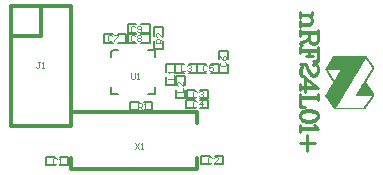
<source format=gto>
*%FSLAX24Y24*%
*%MOIN*%
G01*
%ADD11C,0.0010*%
%ADD12C,0.0030*%
%ADD13C,0.0050*%
%ADD14C,0.0060*%
%ADD15C,0.0073*%
%ADD16C,0.0080*%
%ADD17C,0.0100*%
%ADD18C,0.0120*%
%ADD19C,0.0200*%
%ADD20C,0.0250*%
%ADD21C,0.0300*%
%ADD22C,0.0320*%
%ADD23C,0.0400*%
%ADD24C,0.0500*%
%ADD25C,0.0560*%
%ADD26C,0.0620*%
%ADD27C,0.0700*%
%ADD28C,0.0800*%
%ADD29R,0.0098X0.0331*%
%ADD30R,0.0178X0.0411*%
%ADD31R,0.0200X0.0250*%
%ADD32R,0.0250X0.0200*%
%ADD33R,0.0280X0.0330*%
%ADD34R,0.0330X0.0280*%
%ADD35R,0.0331X0.0098*%
%ADD36R,0.0411X0.0178*%
%ADD37R,0.0620X0.0620*%
%ADD38R,0.0700X0.0700*%
%ADD39R,0.2165X0.0787*%
%ADD40R,0.2245X0.0867*%
D11*
X286280Y120650D02*
Y120680D01*
Y119770D02*
Y119750D01*
X286270Y120640D02*
Y120690D01*
Y119790D02*
Y119740D01*
X286260Y120630D02*
Y120710D01*
Y119810D02*
Y119720D01*
X286250Y120610D02*
Y120720D01*
Y119820D02*
Y119710D01*
X286240Y120680D02*
Y120740D01*
Y120650D02*
Y120590D01*
Y119840D02*
Y119760D01*
Y119750D02*
Y119690D01*
X286230Y120690D02*
Y120750D01*
Y120640D02*
Y120580D01*
Y119850D02*
Y119760D01*
Y119730D02*
Y119680D01*
X286220Y120710D02*
Y120760D01*
Y120620D02*
Y120560D01*
Y119870D02*
Y119760D01*
Y119720D02*
Y119660D01*
X286210Y120720D02*
Y120780D01*
Y120600D02*
Y120540D01*
Y119880D02*
Y119760D01*
Y119700D02*
Y119650D01*
X286200Y120740D02*
Y120790D01*
Y120590D02*
Y120530D01*
Y119890D02*
Y119760D01*
Y119690D02*
Y119630D01*
X286190Y120750D02*
Y120810D01*
Y120570D02*
Y120510D01*
Y119910D02*
Y119760D01*
Y119670D02*
Y119620D01*
X286180Y120770D02*
Y120820D01*
Y120550D02*
Y120500D01*
Y119920D02*
Y119760D01*
Y119660D02*
Y119610D01*
X286170Y120780D02*
Y120830D01*
Y120540D02*
Y120480D01*
Y119940D02*
Y119760D01*
Y119640D02*
Y119590D01*
X286160Y120800D02*
Y120850D01*
Y120520D02*
Y120460D01*
Y119950D02*
Y119760D01*
Y119630D02*
Y119580D01*
X286150Y120810D02*
Y120860D01*
Y120510D02*
Y120450D01*
Y119970D02*
Y119760D01*
Y119620D02*
Y119560D01*
X286140Y120820D02*
Y120880D01*
Y120490D02*
Y120430D01*
Y119980D02*
Y119760D01*
Y119600D02*
Y119550D01*
X286130Y120840D02*
Y120890D01*
Y120470D02*
Y120410D01*
Y120000D02*
Y119760D01*
Y119590D02*
Y119530D01*
X286120Y120850D02*
Y120900D01*
Y120460D02*
Y120400D01*
Y120010D02*
Y119760D01*
Y119570D02*
Y119520D01*
X286110Y120870D02*
Y120920D01*
Y120440D02*
Y120380D01*
Y120030D02*
Y119760D01*
Y119560D02*
Y119500D01*
X286100Y120880D02*
Y120930D01*
Y120420D02*
Y120360D01*
Y120040D02*
Y119760D01*
Y119540D02*
Y119490D01*
X286090Y120890D02*
Y120950D01*
Y120410D02*
Y120350D01*
Y120060D02*
Y119760D01*
Y119530D02*
Y119470D01*
X286080Y120910D02*
Y120960D01*
Y120390D02*
Y120330D01*
Y120070D02*
Y119760D01*
Y119510D02*
Y119460D01*
X286070Y120920D02*
Y120970D01*
Y120380D02*
Y120310D01*
Y120090D02*
Y119760D01*
Y119500D02*
Y119450D01*
X286060Y120940D02*
Y120990D01*
Y120360D02*
Y120300D01*
Y120100D02*
Y119760D01*
Y119480D02*
Y119430D01*
X286050Y120950D02*
Y121000D01*
Y120340D02*
Y120280D01*
Y120120D02*
Y119760D01*
Y119470D02*
Y119420D01*
X286040Y120960D02*
Y121020D01*
Y120330D02*
Y120260D01*
Y120130D02*
Y119760D01*
Y119460D02*
Y119400D01*
X286030Y120980D02*
Y121030D01*
Y120310D02*
Y120250D01*
Y120150D02*
Y119760D01*
Y119440D02*
Y119390D01*
X286020Y120990D02*
Y121040D01*
Y120290D02*
Y120230D01*
Y120160D02*
Y119760D01*
Y119430D02*
Y119370D01*
X286010Y121010D02*
Y121040D01*
Y120280D02*
Y120210D01*
Y120180D02*
Y119760D01*
Y119410D02*
Y119360D01*
X286000Y121000D02*
Y121050D01*
Y120260D02*
Y120200D01*
Y120190D02*
Y119760D01*
Y119400D02*
Y119340D01*
X285990Y120980D02*
Y121040D01*
Y120250D02*
Y119760D01*
Y119380D02*
Y119330D01*
X285980Y120970D02*
Y121040D01*
Y120230D02*
Y119760D01*
Y119370D02*
Y119310D01*
X285970Y120950D02*
Y121040D01*
Y120210D02*
Y119760D01*
Y119350D02*
Y119310D01*
X285960Y120930D02*
Y121040D01*
Y120200D02*
Y119760D01*
Y119340D02*
Y119310D01*
X285950Y120920D02*
Y121040D01*
Y120180D02*
Y119760D01*
Y119330D02*
Y119310D01*
X285940Y120900D02*
Y121040D01*
Y120160D02*
Y119760D01*
Y119330D02*
Y119310D01*
X285930Y120880D02*
Y121040D01*
Y120150D02*
Y119760D01*
Y119330D02*
Y119310D01*
X285920Y120870D02*
Y121040D01*
Y120130D02*
Y119760D01*
Y119330D02*
Y119310D01*
X285910Y120850D02*
Y121040D01*
Y120120D02*
Y119760D01*
Y119330D02*
Y119310D01*
X285900Y120830D02*
Y121040D01*
Y120100D02*
Y119760D01*
Y119330D02*
Y119310D01*
X285890Y120820D02*
Y121040D01*
Y120080D02*
Y119760D01*
Y119330D02*
Y119310D01*
X285880Y120800D02*
Y121040D01*
Y120070D02*
Y119760D01*
Y119330D02*
Y119310D01*
X285870Y120780D02*
Y121040D01*
Y120050D02*
Y119760D01*
Y119330D02*
Y119310D01*
X285860Y120770D02*
Y121040D01*
Y120030D02*
Y119760D01*
Y119330D02*
Y119310D01*
X285850Y120750D02*
Y121040D01*
Y120020D02*
Y119760D01*
Y119330D02*
Y119310D01*
X285840Y120730D02*
Y121040D01*
Y120000D02*
Y119760D01*
Y119330D02*
Y119310D01*
X285830Y120720D02*
Y121040D01*
Y119990D02*
Y119760D01*
Y119330D02*
Y119310D01*
X285820Y120700D02*
Y121040D01*
Y119970D02*
Y119760D01*
Y119330D02*
Y119310D01*
X285810Y120680D02*
Y121040D01*
Y119950D02*
Y119760D01*
Y119330D02*
Y119310D01*
X285800Y120670D02*
Y121040D01*
Y119940D02*
Y119760D01*
Y119330D02*
Y119310D01*
X285790Y120650D02*
Y121040D01*
Y119920D02*
Y119760D01*
Y119330D02*
Y119310D01*
X285780Y120630D02*
Y121040D01*
Y119900D02*
Y119760D01*
Y119330D02*
Y119310D01*
X285770Y120620D02*
Y121040D01*
Y119890D02*
Y119760D01*
Y119330D02*
Y119310D01*
X285760Y120600D02*
Y121040D01*
Y119870D02*
Y119760D01*
Y119330D02*
Y119310D01*
X285750Y120580D02*
Y121040D01*
Y119860D02*
Y119760D01*
Y119330D02*
Y119310D01*
X285740Y120570D02*
Y121040D01*
Y119840D02*
Y119760D01*
Y119330D02*
Y119310D01*
X285730Y120550D02*
Y121040D01*
Y119820D02*
Y119760D01*
Y119330D02*
Y119310D01*
X285720Y120530D02*
Y121040D01*
Y119810D02*
Y119760D01*
Y119330D02*
Y119310D01*
X285710Y120520D02*
Y121040D01*
Y119790D02*
Y119760D01*
Y119330D02*
Y119310D01*
X285700Y120500D02*
Y121040D01*
Y119330D02*
Y119310D01*
X285690Y120480D02*
Y121040D01*
Y119330D02*
Y119310D01*
X285680Y120470D02*
Y121040D01*
Y119330D02*
Y119310D01*
X285670Y120450D02*
Y121040D01*
Y119330D02*
Y119310D01*
X285660Y120430D02*
Y121040D01*
Y119330D02*
Y119310D01*
X285650Y120420D02*
Y121040D01*
Y119330D02*
Y119310D01*
X285640Y120400D02*
Y121040D01*
Y119330D02*
Y119310D01*
X285630Y120380D02*
Y121040D01*
Y119330D02*
Y119310D01*
X285620Y120370D02*
Y121040D01*
Y119330D02*
Y119310D01*
X285610Y120350D02*
Y121040D01*
Y119330D02*
Y119310D01*
X285600Y120330D02*
Y121040D01*
Y119330D02*
Y119310D01*
X285590Y120320D02*
Y121040D01*
Y119330D02*
Y119310D01*
X285580Y120300D02*
Y121040D01*
Y119330D02*
Y119310D01*
X285570Y120280D02*
Y121040D01*
Y119330D02*
Y119310D01*
X285560Y120270D02*
Y121040D01*
Y119330D02*
Y119310D01*
X285550Y120250D02*
Y121040D01*
Y119330D02*
Y119310D01*
X285540Y120230D02*
Y121040D01*
Y119330D02*
Y119310D01*
X285530Y120220D02*
Y121040D01*
Y119330D02*
Y119310D01*
X285520Y120200D02*
Y121040D01*
Y119330D02*
Y119310D01*
X285510Y120180D02*
Y121040D01*
Y119330D02*
Y119310D01*
X285500Y120170D02*
Y121040D01*
Y119330D02*
Y119310D01*
X285490Y120150D02*
Y121040D01*
Y119330D02*
Y119310D01*
X285480Y120130D02*
Y121040D01*
Y119330D02*
Y119310D01*
X285470Y120120D02*
Y121040D01*
Y119330D02*
Y119310D01*
X285460Y120100D02*
Y121040D01*
Y119330D02*
Y119310D01*
X285450Y120080D02*
Y121040D01*
Y119330D02*
Y119310D01*
X285440Y120070D02*
Y121040D01*
Y119330D02*
Y119310D01*
X285430Y120050D02*
Y121040D01*
Y119330D02*
Y119310D01*
X285420Y120030D02*
Y121040D01*
Y119330D02*
Y119310D01*
X285410Y120020D02*
Y121040D01*
Y119330D02*
Y119310D01*
X285400Y120000D02*
Y121040D01*
Y119330D02*
Y119310D01*
X285390Y119980D02*
Y121040D01*
Y119330D02*
Y119310D01*
X285380Y119970D02*
Y121040D01*
Y119330D02*
Y119310D01*
X285370Y119950D02*
Y121040D01*
Y119330D02*
Y119310D01*
X285360Y119930D02*
Y121040D01*
Y119330D02*
Y119310D01*
X285350Y119920D02*
Y121040D01*
Y119330D02*
Y119310D01*
X285340Y119900D02*
Y121040D01*
Y119330D02*
Y119310D01*
X285330D02*
Y119330D01*
X285320Y119870D02*
Y121040D01*
Y119330D02*
Y119310D01*
X285310Y119850D02*
Y121040D01*
Y119330D02*
Y119310D01*
X285300Y119830D02*
Y121040D01*
Y119330D02*
Y119310D01*
X285290Y119820D02*
Y121040D01*
Y119330D02*
Y119310D01*
X285280Y119800D02*
Y121040D01*
Y119330D02*
Y119310D01*
X285270Y119780D02*
Y121040D01*
Y119330D02*
Y119310D01*
X285260Y119770D02*
Y121040D01*
Y119330D02*
Y119310D01*
X285250Y119750D02*
Y121040D01*
Y119330D02*
Y119310D01*
X285240Y119730D02*
Y121040D01*
Y119330D02*
Y119310D01*
X285230Y119720D02*
Y121040D01*
Y119330D02*
Y119310D01*
X285220Y119700D02*
Y121040D01*
Y119330D02*
Y119310D01*
X285210Y119680D02*
Y121040D01*
Y119330D02*
Y119310D01*
X285200Y119670D02*
Y121040D01*
Y119330D02*
Y119310D01*
X285190Y119650D02*
Y121040D01*
Y119330D02*
Y119310D01*
X285180Y120610D02*
Y121040D01*
Y120590D02*
Y119630D01*
Y119330D02*
Y119310D01*
X285170Y120610D02*
Y121040D01*
Y120570D02*
Y119620D01*
Y119330D02*
Y119310D01*
X285160Y120610D02*
Y121040D01*
Y120560D02*
Y119600D01*
Y119330D02*
Y119310D01*
X285150Y120610D02*
Y121040D01*
Y120540D02*
Y119580D01*
Y119330D02*
Y119310D01*
X285140Y120610D02*
Y121040D01*
Y120520D02*
Y119570D01*
Y119330D02*
Y119310D01*
X285130Y120610D02*
Y121040D01*
Y120510D02*
Y119550D01*
Y119330D02*
Y119310D01*
X285120Y120610D02*
Y121040D01*
Y120490D02*
Y119530D01*
Y119330D02*
Y119310D01*
X285110Y120610D02*
Y121040D01*
Y120470D02*
Y119520D01*
Y119330D02*
Y119310D01*
X285100Y120610D02*
Y121040D01*
Y120460D02*
Y119500D01*
Y119330D02*
Y119310D01*
X285090Y120610D02*
Y121040D01*
Y120440D02*
Y119480D01*
Y119330D02*
Y119310D01*
X285080Y120610D02*
Y121040D01*
Y120420D02*
Y119470D01*
Y119330D02*
Y119310D01*
X285070Y120610D02*
Y121040D01*
Y120410D02*
Y119450D01*
Y119330D02*
Y119310D01*
X285060Y120610D02*
Y121040D01*
Y120390D02*
Y119430D01*
Y119330D02*
Y119310D01*
X285050Y120610D02*
Y121040D01*
Y120370D02*
Y119420D01*
Y119330D02*
Y119310D01*
X285040Y120610D02*
Y121040D01*
Y120350D02*
Y119400D01*
Y119330D02*
Y119310D01*
X285030Y120610D02*
Y121040D01*
Y120340D02*
Y119380D01*
Y119330D02*
Y119310D01*
X285020Y120610D02*
Y121040D01*
Y120320D02*
Y119370D01*
Y119330D02*
Y119310D01*
X285010Y120610D02*
Y121040D01*
Y120300D02*
Y119350D01*
Y119330D02*
Y119310D01*
X285000Y120610D02*
Y121040D01*
Y120290D02*
Y119310D01*
X284990Y120610D02*
Y121040D01*
Y120270D02*
Y119310D01*
X284980Y120610D02*
Y121040D01*
Y120250D02*
Y119310D01*
X284970Y120610D02*
Y121040D01*
Y120240D02*
Y119310D01*
X284960Y120610D02*
Y121040D01*
Y120220D02*
Y119320D01*
X284950Y120610D02*
Y121040D01*
Y120240D02*
Y119340D01*
X284940Y120610D02*
Y121040D01*
Y120250D02*
Y120190D01*
Y120180D02*
Y119350D01*
X284930Y120610D02*
Y121040D01*
Y120270D02*
Y120210D01*
Y120160D02*
Y119370D01*
X284920Y120610D02*
Y121020D01*
Y120290D02*
Y120230D01*
Y120150D02*
Y119380D01*
X284910Y120610D02*
Y121010D01*
Y120300D02*
Y120240D01*
Y120130D02*
Y119390D01*
X284900Y120610D02*
Y120990D01*
Y120320D02*
Y120260D01*
Y120110D02*
Y119410D01*
X284890Y120610D02*
Y120970D01*
Y120330D02*
Y120280D01*
Y120100D02*
Y119420D01*
X284880Y120610D02*
Y120960D01*
Y120350D02*
Y120290D01*
Y120080D02*
Y119440D01*
X284870Y120610D02*
Y120940D01*
Y120370D02*
Y120310D01*
Y120070D02*
Y119450D01*
X284860Y120610D02*
Y120930D01*
Y120380D02*
Y120320D01*
Y120050D02*
Y119460D01*
X284850Y120610D02*
Y120910D01*
Y120400D02*
Y120340D01*
Y120030D02*
Y119480D01*
X284840Y120610D02*
Y120890D01*
Y120410D02*
Y120360D01*
Y120020D02*
Y119500D01*
X284830Y120610D02*
Y120880D01*
Y120430D02*
Y120370D01*
Y120000D02*
Y119510D01*
X284820Y120610D02*
Y120860D01*
Y120450D02*
Y120390D01*
Y119980D02*
Y119520D01*
X284810Y120610D02*
Y120840D01*
Y120460D02*
Y120400D01*
Y119970D02*
Y119540D01*
X284800Y120610D02*
Y120830D01*
Y120480D02*
Y120420D01*
Y119950D02*
Y119550D01*
X284790Y120610D02*
Y120810D01*
Y120500D02*
Y120440D01*
Y119930D02*
Y119570D01*
X284780Y120610D02*
Y120790D01*
Y120510D02*
Y120450D01*
Y119920D02*
Y119580D01*
X284770Y120610D02*
Y120780D01*
Y120530D02*
Y120470D01*
Y119900D02*
Y119600D01*
X284760Y120610D02*
Y120760D01*
Y120540D02*
Y120490D01*
Y119890D02*
Y119610D01*
X284750Y120610D02*
Y120740D01*
Y120560D02*
Y120500D01*
Y119870D02*
Y119630D01*
X284740Y120610D02*
Y120730D01*
Y120580D02*
Y120520D01*
Y119850D02*
Y119640D01*
X284730Y120610D02*
Y120710D01*
Y120590D02*
Y120530D01*
Y119840D02*
Y119660D01*
X284720Y120550D02*
Y120700D01*
Y119820D02*
Y119670D01*
X284710Y120570D02*
Y120680D01*
Y119800D02*
Y119680D01*
X284700Y120580D02*
Y120660D01*
Y119790D02*
Y119700D01*
X284690Y120600D02*
Y120650D01*
Y119770D02*
Y119710D01*
X284680Y120610D02*
Y120620D01*
Y119760D02*
Y119720D01*
X285330Y119880D02*
Y121040D01*
D12*
X280886Y117641D02*
X280853Y117674D01*
X280786D01*
X280753Y117641D01*
Y117508D01*
X280786Y117474D01*
X280853D01*
X280886Y117508D01*
X280953Y117474D02*
X281086D01*
X280953D02*
X281086Y117608D01*
Y117641D01*
X281053Y117674D01*
X280986D01*
X280953Y117641D01*
X275173Y120865D02*
X275107D01*
X275140D01*
Y120698D01*
X275107Y120665D01*
X275073D01*
X275040Y120698D01*
X275240Y120665D02*
X275307D01*
X275273D01*
Y120865D01*
X275274D01*
X275273D02*
X275240Y120831D01*
X278202Y120500D02*
Y120333D01*
X278236Y120300D01*
X278302D01*
X278336Y120333D01*
Y120500D01*
X278402Y120300D02*
X278469D01*
X278435D01*
Y120500D01*
X278436D01*
X278435D02*
X278402Y120467D01*
X277564Y121712D02*
X277531Y121745D01*
X277464D01*
X277431Y121712D01*
Y121578D01*
X277464Y121545D01*
X277531D01*
X277564Y121578D01*
X277631Y121745D02*
X277764D01*
Y121712D01*
X277631Y121578D01*
Y121545D01*
X278297Y122055D02*
X278330Y122022D01*
X278297Y122055D02*
X278230D01*
X278197Y122022D01*
Y121888D01*
X278230Y121855D01*
X278297D01*
X278330Y121888D01*
X278397D02*
X278430Y121855D01*
X278496D01*
X278530Y121888D01*
Y122022D01*
X278496Y122055D01*
X278430D01*
X278397Y122022D01*
Y121988D01*
X278430Y121955D01*
X278530D01*
X278305Y121745D02*
X278338Y121712D01*
X278305Y121745D02*
X278238D01*
X278205Y121712D01*
Y121578D01*
X278238Y121545D01*
X278305D01*
X278338Y121578D01*
X278405Y121712D02*
X278438Y121745D01*
X278505D01*
X278538Y121712D01*
Y121678D01*
X278505Y121645D01*
X278538Y121612D01*
Y121578D01*
X278505Y121545D01*
X278438D01*
X278405Y121578D01*
Y121612D01*
X278438Y121645D01*
X278405Y121678D01*
Y121712D01*
X278438Y121645D02*
X278505D01*
X279027Y121469D02*
X279227D01*
X279027D02*
Y121569D01*
X279061Y121602D01*
X279127D01*
X279161Y121569D01*
Y121469D01*
Y121536D02*
X279227Y121602D01*
Y121669D02*
Y121802D01*
Y121669D02*
X279094Y121802D01*
X279061D01*
X279027Y121769D01*
Y121702D01*
X279061Y121669D01*
X279420Y120270D02*
X279620D01*
Y120403D01*
Y120470D02*
Y120536D01*
Y120503D01*
X279420D01*
X279421D01*
X279420D02*
X279453Y120470D01*
X279850Y120545D02*
Y120745D01*
Y120545D02*
X279983D01*
X280050Y120712D02*
X280083Y120745D01*
X280150D01*
X280183Y120712D01*
Y120678D01*
X280184D01*
X280183D02*
X280184D01*
X280183D02*
X280184D01*
X280183D02*
X280150Y120645D01*
X280117D01*
X280150D01*
X280183Y120612D01*
Y120578D01*
X280150Y120545D01*
X280083D01*
X280050Y120578D01*
X281170Y120806D02*
X281203Y120839D01*
X281170Y120806D02*
Y120739D01*
X281203Y120706D01*
X281337D01*
X281370Y120739D01*
Y120806D01*
X281337Y120839D01*
X281203Y120972D02*
X281170Y121039D01*
X281203Y120972D02*
X281270Y120906D01*
X281337D01*
X281370Y120939D01*
Y121006D01*
X281337Y121039D01*
X281303D01*
X281270Y121006D01*
Y120906D01*
X280728Y120717D02*
X280695Y120750D01*
X280628D01*
X280595Y120717D01*
Y120583D01*
X280628Y120550D01*
X280695D01*
X280728Y120583D01*
X280795Y120750D02*
X280928D01*
X280795D02*
Y120650D01*
X280862Y120683D01*
X280895D01*
X280928Y120650D01*
Y120583D01*
X280895Y120550D01*
X280828D01*
X280795Y120583D01*
X280350Y119550D02*
X280383Y119517D01*
X280350Y119550D02*
X280283D01*
X280250Y119517D01*
Y119383D01*
X280283Y119350D01*
X280350D01*
X280383Y119383D01*
X280550Y119350D02*
Y119550D01*
X280450Y119450D01*
X280583D01*
X280400Y119854D02*
X280367Y119888D01*
X280300D01*
X280267Y119854D01*
Y119721D01*
X280300Y119688D01*
X280367D01*
X280400Y119721D01*
X280467Y119854D02*
X280500Y119888D01*
X280567D01*
X280600Y119854D01*
Y119821D01*
X280601D01*
X280600D02*
X280601D01*
X280600D02*
X280601D01*
X280600D02*
X280567Y119788D01*
X280534D01*
X280567D01*
X280600Y119754D01*
Y119721D01*
X280567Y119688D01*
X280500D01*
X280467Y119721D01*
X279932Y119847D02*
X279732D01*
X279932D02*
Y119980D01*
Y120047D02*
Y120180D01*
Y120047D02*
X279799Y120180D01*
X279766D01*
X279732Y120147D01*
Y120080D01*
X279766Y120047D01*
X278415Y119484D02*
Y119284D01*
Y119484D02*
X278515D01*
X278549Y119451D01*
Y119384D01*
X278515Y119351D01*
X278415D01*
X278482D02*
X278549Y119284D01*
X278615D02*
X278682D01*
X278649D01*
Y119484D01*
X278650D01*
X278649D02*
X278615Y119451D01*
X278319Y118166D02*
X278453Y117966D01*
X278319D02*
X278453Y118166D01*
X278519Y117966D02*
X278586D01*
X278553D01*
Y118166D01*
X278554D01*
X278553D02*
X278519Y118133D01*
X275729Y117624D02*
X275696Y117657D01*
X275629D01*
X275596Y117624D01*
Y117490D01*
X275629Y117457D01*
X275696D01*
X275729Y117490D01*
X275796Y117457D02*
X275862D01*
X275829D01*
Y117657D01*
X275830D01*
X275829D02*
X275796Y117624D01*
D13*
X280500Y119645D02*
X280780D01*
Y119925D02*
X280500D01*
X280330D02*
X280050D01*
Y119645D02*
X280330D01*
X280780D02*
Y119925D01*
X280050D02*
Y119645D01*
X277515Y121008D02*
Y121186D01*
Y120024D02*
Y119770D01*
X277769D01*
X278753D02*
X279007D01*
Y120024D01*
Y121008D02*
Y121262D01*
X278753D01*
X277769D02*
X277592D01*
X277515Y121186D01*
X278092Y122110D02*
X278372D01*
Y121830D02*
X278092D01*
X278542D02*
X278822D01*
Y122110D02*
X278542D01*
X278092D02*
Y121830D01*
X278822D02*
Y122110D01*
X278910Y119529D02*
Y119249D01*
X278180D02*
Y119529D01*
X278630D02*
X278910D01*
Y119249D02*
X278630D01*
X278460D02*
X278180D01*
Y119529D02*
X278460D01*
X280538Y117719D02*
X280818D01*
Y117439D02*
X280538D01*
X280988D02*
X281268D01*
Y117719D02*
X280988D01*
X280538D02*
Y117439D01*
X281268D02*
Y117719D01*
X275368Y117699D02*
Y117419D01*
X276098D02*
Y117699D01*
X275648Y117419D02*
X275368D01*
Y117699D02*
X275648D01*
X275818D02*
X276098D01*
Y117419D02*
X275818D01*
X278980Y121280D02*
Y121560D01*
X279260D02*
Y121280D01*
Y121730D02*
Y122010D01*
X278980D02*
Y121730D01*
Y121280D02*
X279260D01*
Y122010D02*
X278980D01*
X280400Y120780D02*
Y120500D01*
X279670D02*
Y120780D01*
X280120D02*
X280400D01*
Y120500D02*
X280120D01*
X279950D02*
X279670D01*
Y120780D02*
X279950D01*
X279710Y119920D02*
Y119640D01*
X279990D02*
Y119920D01*
Y120090D02*
Y120370D01*
X279710D02*
Y120090D01*
Y119640D02*
X279990D01*
Y120370D02*
X279710D01*
X279650Y120070D02*
X279370D01*
Y120800D02*
X279650D01*
Y120350D02*
Y120070D01*
X279370D02*
Y120350D01*
Y120520D02*
Y120800D01*
X279650D02*
Y120520D01*
X278370Y121780D02*
X278090D01*
Y121500D02*
X278370D01*
X278540D02*
X278820D01*
Y121780D02*
X278540D01*
X278090D02*
Y121500D01*
X278820D02*
Y121780D01*
X277310D02*
Y121500D01*
X278040D02*
Y121780D01*
X277590Y121500D02*
X277310D01*
Y121780D02*
X277590D01*
X277760D02*
X278040D01*
Y121500D02*
X277760D01*
X280485Y119305D02*
X280765D01*
Y119585D02*
X280485D01*
X280315D02*
X280035D01*
Y119305D02*
X280315Y119305D01*
X280765Y119305D02*
Y119585D01*
X280035D02*
Y119305D01*
X281140Y120495D02*
Y120775D01*
X281420D02*
Y120495D01*
Y120945D02*
Y121225D01*
X281140D02*
Y120945D01*
Y120495D02*
X281420D01*
Y121225D02*
X281140D01*
X280410Y120780D02*
Y120500D01*
X281140D02*
Y120780D01*
X280690Y120500D02*
X280410D01*
Y120780D02*
X280690D01*
X280860D02*
X281140D01*
Y120500D02*
X280860D01*
D17*
X283820Y122434D02*
X284220D01*
Y122406D02*
X283820D01*
X284134D02*
X284191Y122349D01*
X284220Y122263D01*
Y122206D01*
X284191Y122120D01*
X284134Y122092D01*
X283820D01*
X284191Y122149D02*
X284220Y122206D01*
X284191Y122149D02*
X284134Y122120D01*
X283820D01*
X284220Y122406D02*
Y122520D01*
X283820D02*
Y122320D01*
Y122206D02*
Y122006D01*
Y121843D02*
X284420D01*
Y121814D02*
X283820D01*
X284420Y121929D02*
Y121586D01*
X284391Y121500D01*
X284363Y121472D01*
X284306Y121443D01*
X284248D01*
X284191Y121472D01*
X284163Y121500D01*
X284134Y121586D01*
Y121814D01*
X284420Y121586D02*
X284391Y121529D01*
X284363Y121500D01*
X284306Y121472D01*
X284248D01*
X284191Y121500D01*
X284163Y121529D01*
X284134Y121586D01*
X283820Y121729D02*
Y121929D01*
X284134Y121672D02*
X284106Y121614D01*
X284077Y121586D01*
X283877Y121500D01*
X283849Y121472D01*
Y121443D01*
X283877Y121415D01*
X284049Y121586D02*
X284106Y121614D01*
X284049Y121586D02*
X283849Y121529D01*
X283820Y121500D01*
Y121443D01*
X283877Y121415D01*
X283906D01*
X283820Y121252D02*
X284420D01*
Y121223D02*
X283820D01*
X284020Y121052D02*
X284248D01*
X284420Y120880D02*
Y121337D01*
Y120880D02*
X284248D01*
X284420Y120909D01*
X284134Y121052D02*
Y121223D01*
X283820Y121137D02*
Y121337D01*
X284306Y120769D02*
X284277Y120740D01*
X284248Y120769D01*
X284277Y120798D01*
X284306D01*
X284363Y120769D01*
X284391Y120740D01*
X284420Y120655D01*
Y120540D01*
X284391Y120455D01*
X284363Y120426D01*
X284306Y120398D01*
X284248D01*
X284191Y120426D01*
X284134Y120512D01*
X284077Y120655D01*
X284049Y120712D01*
X283991Y120769D01*
X283906Y120798D01*
X283820D01*
X284391Y120483D02*
X284420Y120540D01*
X284391Y120483D02*
X284363Y120455D01*
X284306Y120426D01*
X284248D01*
X284191Y120455D01*
X284134Y120540D01*
X284077Y120655D01*
X283906Y120769D02*
X283877Y120798D01*
X283906Y120769D02*
Y120712D01*
X283849Y120569D01*
Y120483D01*
X283877Y120426D01*
X283906Y120398D01*
X283963D01*
X283820Y120569D02*
X283906Y120712D01*
X283820Y120569D02*
Y120455D01*
X283849Y120426D01*
X283906Y120398D01*
X283820Y120023D02*
X284363D01*
X283991Y119852D02*
Y120309D01*
X284420Y119995D01*
X283820D01*
Y119909D02*
Y120109D01*
Y119683D02*
X284420D01*
Y119655D02*
X283820D01*
X284420Y119569D02*
Y119769D01*
X283820D02*
Y119341D01*
X283991D01*
X283820Y119369D01*
X284391Y119169D02*
X284420Y119084D01*
X284391Y119169D02*
X284306Y119226D01*
X284163Y119255D01*
X284077D01*
X283934Y119226D01*
X283849Y119169D01*
X283820Y119084D01*
Y119026D01*
X283849Y118941D01*
X283934Y118884D01*
X284077Y118855D01*
X284163D01*
X284306Y118884D01*
X284391Y118941D01*
X284420Y119026D01*
Y119084D01*
X284391Y119141D01*
X284363Y119169D01*
X284306Y119198D01*
X284163Y119226D01*
X284077D01*
X283934Y119198D01*
X283877Y119169D01*
X283849Y119141D01*
X283820Y119084D01*
Y119026D02*
X283849Y118969D01*
X283877Y118941D01*
X283934Y118912D01*
X284077Y118884D01*
X284163D01*
X284306Y118912D01*
X284363Y118941D01*
X284391Y118969D01*
X284420Y119026D01*
X284306Y118767D02*
X284334Y118709D01*
X284420Y118624D01*
X283820D01*
Y118652D02*
X284391D01*
X283820Y118767D02*
Y118509D01*
Y118150D02*
X284334D01*
X284077Y118407D02*
Y117892D01*
D18*
X280411Y117639D02*
Y117284D01*
X276199D01*
Y117639D01*
Y118820D02*
Y119174D01*
X280411D01*
Y118820D01*
X274195Y118730D02*
Y122730D01*
X276195D02*
Y118730D01*
Y122730D02*
X274195D01*
X275195D02*
Y121730D01*
X274195D01*
Y118730D02*
X276195Y118730D01*
D02*
M02*

</source>
